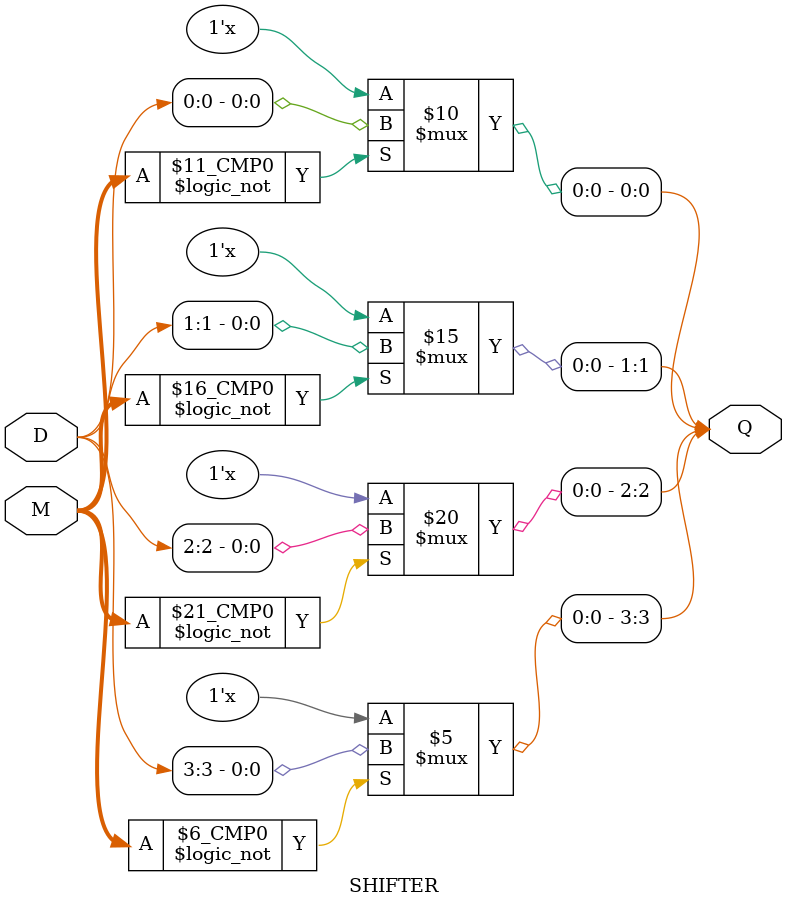
<source format=v>
`timescale 1ns / 1ps


module SHIFTER(Q,D,M);

output reg[3:0] Q;
input[2:0] M;
input[3:0] D;

always@(M) begin

case(M)
 0: Q <= D;
 
 1: begin
    Q[3]<=Q[2];
    Q[2]<=Q[1];
    Q[1]<=Q[0]; 
    Q[0] <= Q[3];// cyclic left
    end
 
 2: begin
    Q[0]<=Q[1];
    Q[1]<=Q[2];
    Q[2]<=Q[3]; 
    Q[3] <= Q[0];// cyclic right
    end    
    
 
 3: begin
    Q <= Q;// NO SHIFT
    end
  
endcase

end

endmodule

</source>
